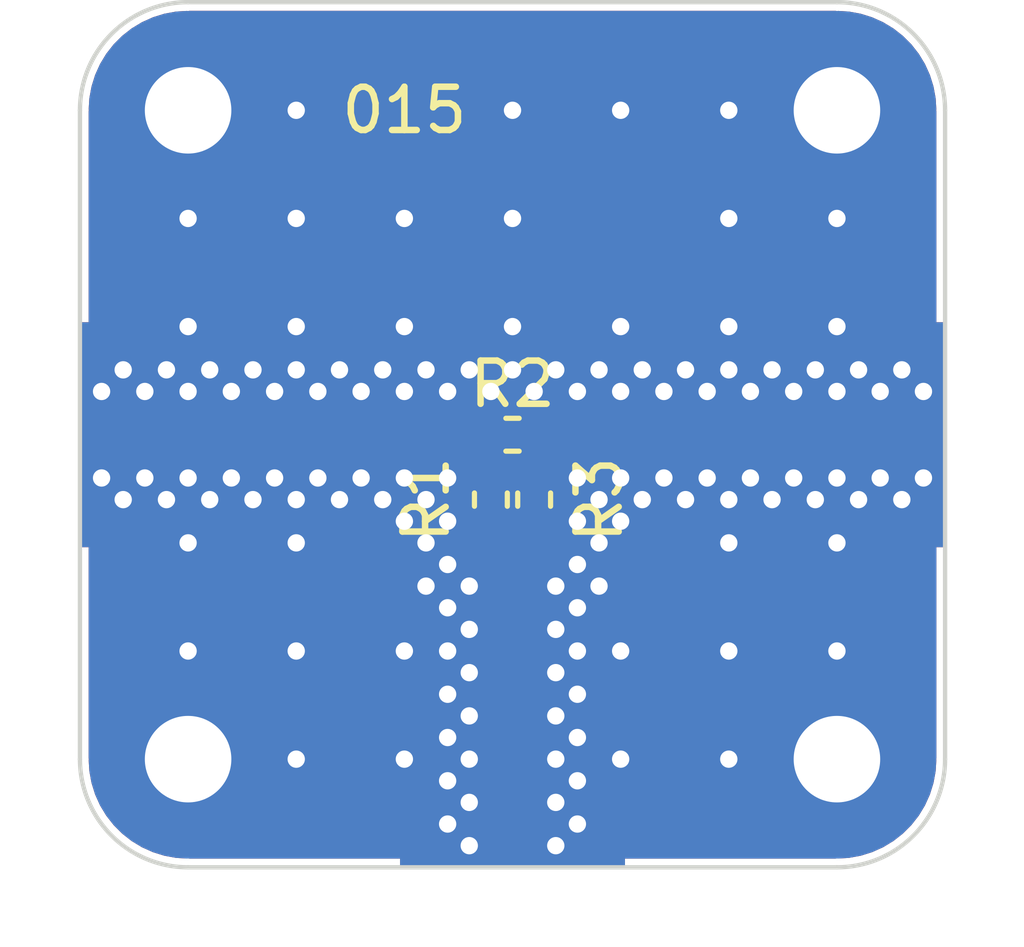
<source format=kicad_pcb>
(kicad_pcb (version 20211014) (generator pcbnew)
  (title_block (title "015-3 Port Resistive Splitter") (date "2022-11-11") (rev "1") (company "Halidelabs") (comment 1 "contact@halidelabs.eu"))
  (layers (0 "F.Cu" signal) (31 "B.Cu" signal) (35 "F.Paste" user) (36 "B.SilkS" user "B.Silkscreen") (37 "F.SilkS" user "F.Silkscreen") (38 "B.Mask" user) (39 "F.Mask" user) (44 "Edge.Cuts" user))
  (net 0 "")
  (net 1 "GND")
  (net 2 "Net-(J1-Pad1)")
  (net 3 "Net-(J2-Pad1)")
  (net 4 "Net-(J3-Pad1)")
  (footprint "modular-rf-bench-footprints:edge-connector" (layer "F.Cu") (at 147.5 87.5 -90)
    (fp_text reference "J2")
    (fp_text value "CONN" hide)
    (pad "1" smd rect (at -1.5 0 270) (size 3 0.8) (layers "F.Cu") (net 3 "Net-(J2-Pad1)"))
    (pad "2" thru_hole circle (at -1 -1.5 270) (size 0.8 0.8) (drill 0.4) (layers *.Cu) (net 1 "GND"))
    (pad "2" smd rect (at -1.5 0 270) (size 3 5.2) (layers "B.Cu") (net 1 "GND"))
    (pad "2" thru_hole circle (at -1.5 1 270) (size 0.8 0.8) (drill 0.4) (layers *.Cu) (net 1 "GND"))
    (pad "2" smd rect (at -1.5 -1.6 270) (size 3 2) (layers "F.Cu") (net 1 "GND"))
    (pad "2" thru_hole circle (at -2.5 -1 270) (size 0.8 0.8) (drill 0.4) (layers *.Cu) (net 1 "GND"))
    (pad "2" thru_hole circle (at -1.5 -1 270) (size 0.8 0.8) (drill 0.4) (layers *.Cu) (net 1 "GND"))
    (pad "2" thru_hole circle (at -2.5 1 270) (size 0.8 0.8) (drill 0.4) (layers *.Cu) (net 1 "GND"))
    (pad "2" thru_hole circle (at -1 1.5 270) (size 0.8 0.8) (drill 0.4) (layers *.Cu) (net 1 "GND"))
    (pad "2" thru_hole circle (at -2 -1.5 270) (size 0.8 0.8) (drill 0.4) (layers *.Cu) (net 1 "GND"))
    (pad "2" smd rect (at -1.5 1.6 270) (size 3 2) (layers "F.Cu") (net 1 "GND"))
    (pad "2" thru_hole circle (at -2 1.5 270) (size 0.8 0.8) (drill 0.4) (layers *.Cu) (net 1 "GND"))
    (pad "2" thru_hole circle (at -0.5 -1 270) (size 0.8 0.8) (drill 0.4) (layers *.Cu) (net 1 "GND"))
    (pad "2" thru_hole circle (at -0.5 1 270) (size 0.8 0.8) (drill 0.4) (layers *.Cu) (net 1 "GND"))
  )
  (footprint "Resistor_SMD:R_0402_1005Metric" (layer "F.Cu") (at 148 79 90)
    (fp_text reference "R3" (at 0 1.5 90) (layer "F.SilkS"))
    (fp_text value "49R9")
    (fp_line (start -0.153641 0.38) (end 0.153641 0.38) (layer "F.SilkS") (width 0.12))
    (fp_line (start -0.153641 -0.38) (end 0.153641 -0.38) (layer "F.SilkS") (width 0.12))
    (pad "1" smd roundrect (at -0.51 0 90) (size 0.54 0.64) (layers "F.Cu" "F.Paste" "F.Mask") (net 3 "Net-(J2-Pad1)"))
    (pad "2" smd roundrect (at 0.51 0 90) (size 0.54 0.64) (layers "F.Cu" "F.Paste" "F.Mask") (net 4 "Net-(J3-Pad1)"))
  )
  (footprint "Resistor_SMD:R_0402_1005Metric" (layer "F.Cu") (at 147.5 77.5)
    (fp_text reference "R2" (at 0 -1.17) (layer "F.SilkS"))
    (fp_text value "49R9")
    (fp_line (start -0.153641 0.38) (end 0.153641 0.38) (layer "F.SilkS") (width 0.12))
    (fp_line (start -0.153641 -0.38) (end 0.153641 -0.38) (layer "F.SilkS") (width 0.12))
    (pad "1" smd roundrect (at -0.51 0) (size 0.54 0.64) (layers "F.Cu" "F.Paste" "F.Mask") (net 2 "Net-(J1-Pad1)"))
    (pad "2" smd roundrect (at 0.51 0) (size 0.54 0.64) (layers "F.Cu" "F.Paste" "F.Mask") (net 4 "Net-(J3-Pad1)"))
  )
  (footprint "modular-rf-bench-footprints:M2-hole" (layer "F.Cu") (at 140 70)
    (fp_text reference "H3" hide)
    (fp_text value "M2" hide)
    (pad "1" thru_hole circle (at 0 0) (size 3.4 3.4) (drill 2) (layers *.Cu *.Mask) (net 1 "GND"))
  )
  (footprint "LOGO" (layer "F.Cu") (at 150.042289 72.091013)
    (fp_text reference "G***" hide)
    (fp_text value "LOGO" hide)
    (fp_poly (pts (xy 1.707208 -2.385083) (xy 1.72178 -2.377357) (xy 1.727638 -2.361209) (xy 1.724986 -2.333962) (xy 1.714028 -2.292938) (xy 1.695246 -2.236259) (xy 1.67886 -2.189554) (xy 1.664665 -2.150375) (xy 1.654112 -2.122636) (xy 1.64865 -2.110255) (xy 1.648486 -2.110054) (xy 1.654138 -2.102822) (xy 1.673545 -2.088435) (xy 1.702518 -2.069996) (xy 1.702794 -2.06983) (xy 1.765684 -2.026146) (xy 1.813512 -1.980369) (xy 1.845324 -1.93425) (xy 1.860162 -1.889541) (xy 1.85707 -1.847993) (xy 1.84052 -1.817555) (xy 1.820991 -1.793438) (xy 1.877555 -1.759364) (xy 1.917737 -1.733301) (xy 1.95925 -1.703533) (xy 1.980607 -1.68675) (xy 2.006661 -1.664073) (xy 2.019745 -1.647389) (xy 2.023211 -1.630016) (xy 2.020661 -1.606876) (xy 2.015636 -1.567128) (xy 2.012184 -1.526831) (xy 2.012056 -1.524528) (xy 2.006709 -1.493183) (xy 1.992958 -1.475529) (xy 1.987295 -1.472236) (xy 1.964024 -1.455734) (xy 1.944294 -1.435747) (xy 1.934232 -1.424962) (xy 1.921977 -1.417526) (xy 1.903462 -1.412581) (xy 1.874622 -1.409268) (xy 1.831391 -1.406728) (xy 1.800502 -1.40537) (xy 1.740844 -1.401769) (xy 1.695936 -1.396721) (xy 1.66814 -1.390536) (xy 1.661407 -1.387121) (xy 1.649381 -1.368624) (xy 1.640328 -1.340255) (xy 1.63945 -1.335453) (xy 1.632091 -1.309371) (xy 1.617507 -1.271305) (xy 1.5982 -1.227508) (xy 1.586787 -1.203865) (xy 1.569617 -1.168352) (xy 1.556241 -1.136883) (xy 1.545437 -1.105019) (xy 1.535983 -1.068321) (xy 1.526657 -1.022348) (xy 1.516238 -0.96266) (xy 1.510003 -0.924858) (xy 1.498611 -0.849525) (xy 1.487513 -0.766274) (xy 1.477703 -0.683243) (xy 1.470177 -0.608573) (xy 1.467711 -0.578682) (xy 1.453479 -0.42915) (xy 1.434101 -0.296565) (xy 1.409013 -0.177722) (xy 1.378053 -0.070634) (xy 1.349141 0.00713) (xy 1.316299 0.074946) (xy 1.27602 0.13851) (xy 1.224798 0.20352) (xy 1.175643 0.258199) (xy 1.077329 0.37528) (xy 0.993806 0.501629) (xy 0.931364 0.621186) (xy 0.903186 0.677903) (xy 0.877811 0.720375) (xy 0.851675 0.754018) (xy 0.828482 0.777604) (xy 0.800811 0.802117) (xy 0.778251 0.819713) (xy 0.765568 0.826682) (xy 0.765395 0.826688) (xy 0.753451 0.833218) (xy 0.741919 0.853767) (xy 0.730392 0.889773) (xy 0.718459 0.942674) (xy 0.705712 1.01391) (xy 0.697702 1.064739) (xy 0.682935 1.157753) (xy 0.668702 1.236626) (xy 0.653537 1.307789) (xy 0.635974 1.377671) (xy 0.61455 1.452702) (xy 0.594147 1.519151) (xy 0.573662 1.588767) (xy 0.559937 1.648459) (xy 0.552673 1.703792) (xy 0.551572 1.760332) (xy 0.556334 1.823643) (xy 0.566662 1.899292) (xy 0.571976 1.932384) (xy 0.581863 1.993891) (xy 0.591097 2.054175) (xy 0.598842 2.107582) (xy 0.604263 2.14846) (xy 0.605561 2.159723) (xy 0.612893 2.204728) (xy 0.626368 2.241894) (xy 0.650004 2.281963) (xy 0.652923 2.28631) (xy 0.693121 2.345728) (xy 0.391035 2.345728) (xy 0.398018 2.312144) (xy 0.406666 2.282384) (xy 0.417092 2.259536) (xy 0.421952 2.245992) (xy 0.419574 2.22758) (xy 0.408787 2.199446) (xy 0.396054 2.172292) (xy 0.37605 2.126603) (xy 0.359018 2.076762) (xy 0.343853 2.018573) (xy 0.329451 1.94784) (xy 0.315851 1.867612) (xy 0.305774 1.815487) (xy 0.290904 1.752618) (xy 0.27342 1.687715) (xy 0.259042 1.640272) (xy 0.239373 1.577432) (xy 0.224185 1.523154) (xy 0.212556 1.472312) (xy 0.203565 1.419774) (xy 0.19629 1.360411) (xy 0.18981 1.289094) (xy 0.185282 1.229699) (xy 0.180007 1.126544) (xy 0.179205 1.027802) (xy 0.18278 0.938429) (xy 0.190634 0.863381) (xy 0.192649 0.850881) (xy 0.198285 0.818238) (xy 0.013062 0.82396) (xy -0.107738 0.82548) (xy -0.212835 0.821724) (xy -0.306616 0.812274) (xy -0.393468 0.796713) (xy -0.464665 0.778501) (xy -0.571132 0.739636) (xy -0.66046 0.68959) (xy -0.733091 0.628052) (xy -0.789464 0.554711) (xy -0.795565 0.544391) (xy -0.824093 0.4946) (xy -0.831361 0.523556) (xy -0.851223 0.580742) (xy -0.881966 0.643838) (xy -0.919153 0.704875) (xy -0.958352 0.755885) (xy -0.964174 0.762224) (xy -0.998177 0.799253) (xy -1.020985 0.828535) (xy -1.036147 0.856807) (xy -1.047214 0.890804) (xy -1.057733 0.937262) (xy -1.058593 0.941406) (xy -1.077747 1.014043) (xy -1.104922 1.080397) (xy -1.14259 1.144725) (xy -1.193225 1.211286) (xy -1.255438 1.280306) (xy -1.299345 1.327086) (xy -1.330904 1.363066) (xy -1.352698 1.391736) (xy -1.367309 1.416586) (xy -1.377321 1.441105) (xy -1.379516 1.447943) (xy -1.393383 1.510336) (xy -1.40151 1.583767) (xy -1.403348 1.659269) (xy -1.39835 1.727875) (xy -1.397133 1.736045) (xy -1.378151 1.852191) (xy -1.361347 1.949249) (xy -1.346392 2.028646) (xy -1.332955 2.091809) (xy -1.320708 2.140166) (xy -1.30932 2.175143) (xy -1.298463 2.198166) (xy -1.287806 2.210664) (xy -1.287464 2.210907) (xy -1.256964 2.236176) (xy -1.229438 2.265811) (xy -1.210524 2.293348) (xy -1.206109 2.30412) (xy -1.204756 2.313632) (xy -1.209064 2.319721) (xy -1.222584 2.323146) (xy -1.248864 2.324671) (xy -1.291453 2.325054) (xy -1.303781 2.325061) (xy -1.406928 2.325061) (xy -1.404551 2.296643) (xy -1.406631 2.27843) (xy -1.417659 2.257689) (xy -1.440231 2.230433) (xy -1.463418 2.206224) (xy -1.506232 2.157147) (xy -1.545198 2.099598) (xy -1.581789 2.030726) (xy -1.617483 1.947679) (xy -1.653754 1.847608) (xy -1.662294 1.822003) (xy -1.697106 1.710358) (xy -1.722384 1.613609) (xy -1.738078 1.528285) (xy -1.744138 1.450921) (xy -1.740513 1.378048) (xy -1.727154 1.306198) (xy -1.704012 1.231903) (xy -1.671036 1.151696) (xy -1.652075 1.110862) (xy -1.636756 1.077573) (xy -1.626819 1.050567) (xy -1.621132 1.023669) (xy -1.618567 0.990701) (xy -1.617993 0.945488) (xy -1.618058 0.924857) (xy -1.625963 0.813717) (xy -1.648543 0.689349) (xy -1.685564 0.552839) (xy -1.720352 0.449512) (xy -1.738479 0.395325) (xy -1.755499 0.337402) (xy -1.768757 0.28505) (xy -1.772894 0.265233) (xy -1.785589 0.208368) (xy -1.799357 0.165227) (xy -1.813305 0.137191) (xy -1.826539 0.125643) (xy -1.838166 0.131965) (xy -1.846026 0.152044) (xy -1.850797 0.168673) (xy -1.85519 0.170196) (xy -1.862104 0.1549) (xy -1.867875 0.139127) (xy -1.878772 0.090843) (xy -1.88276 0.030839) (xy -1.880033 -0.033197) (xy -1.870784 -0.093578) (xy -1.861162 -0.127803) (xy -1.813901 -0.230684) (xy -1.748926 -0.324576) (xy -1.667469 -0.408757) (xy -1.570758 -0.482506) (xy -1.460023 -0.545102) (xy -1.336491 -0.595822) (xy -1.201393 -0.633946) (xy -1.055958 -0.658752) (xy -0.940358 -0.668205) (xy -0.852575 -0.670242) (xy -0.768501 -0.667683) (xy -0.683224 -0.659982) (xy -0.591831 -0.646595) (xy -0.48941 -0.626977) (xy -0.408289 -0.609192) (xy -0.312193 -0.587655) (xy -0.232421 -0.5708) (xy -0.165292 -0.558121) (xy -0.107125 -0.549111) (xy -0.054238 -0.543263) (xy -0.002951 -0.540071) (xy 0.050417 -0.539027) (xy 0.098629 -0.539425) (xy 0.154738 -0.540085) (xy 0.199013 -0.539411) (xy 0.23732 -0.536684) (xy 0.275528 -0.531182) (xy 0.319505 -0.522181) (xy 0.37512 -0.508962) (xy 0.403604 -0.501918) (xy 0.475622 -0.484786) (xy 0.531279 -0.473817) (xy 0.573946 -0.469024) (xy 0.606992 -0.470419) (xy 0.633788 -0.478013) (xy 0.657703 -0.49182) (xy 0.671833 -0.502891) (xy 0.692889 -0.523327) (xy 0.710733 -0.547871) (xy 0.726651 -0.579659) (xy 0.741925 -0.621827) (xy 0.75784 -0.677511) (xy 0.77568 -0.749847) (xy 0.779346 -0.765531) (xy 0.796905 -0.83723) (xy 0.818065 -0.917688) (xy 0.840306 -0.997626) (xy 0.861109 -1.067766) (xy 0.863452 -1.075283) (xy 0.878978 -1.125887) (xy 0.891303 -1.169705) (xy 0.901226 -1.211056) (xy 0.909547 -1.254259) (xy 0.917065 -1.303635) (xy 0.924579 -1.363502) (xy 0.932889 -1.438181) (xy 0.936002 -1.467372) (xy 0.947098 -1.569507) (xy 0.956972 -1.653593) (xy 0.966097 -1.722179) (xy 0.974945 -1.777812) (xy 0.983991 -1.823043) (xy 0.993707 -1.860418) (xy 1.004567 -1.892487) (xy 1.017044 -1.921798) (xy 1.022488 -1.933108) (xy 1.043227 -1.972305) (xy 1.064341 -2.004466) (xy 1.089403 -2.03324) (xy 1.121983 -2.062279) (xy 1.165654 -2.095234) (xy 1.214198 -2.129077) (xy 1.26388 -2.165032) (xy 1.315539 -2.205693) (xy 1.361923 -2.245205) (xy 1.38689 -2.268565) (xy 1.418275 -2.297957) (xy 1.445322 -2.320096) (xy 1.46414 -2.331951) (xy 1.469559 -2.332995) (xy 1.483132 -2.318377) (xy 1.484744 -2.288394) (xy 1.474416 -2.244522) (xy 1.468097 -2.226457) (xy 1.456615 -2.194668) (xy 1.44885 -2.171059) (xy 1.446704 -2.162272) (xy 1.453034 -2.164187) (xy 1.469982 -2.17846) (xy 1.494485 -2.201958) (xy 1.52348 -2.23155) (xy 1.553903 -2.264104) (xy 1.582693 -2.296485) (xy 1.606785 -2.325563) (xy 1.608411 -2.327645) (xy 1.635607 -2.360388) (xy 1.656294 -2.37884) (xy 1.674724 -2.386355) (xy 1.683716 -2.387063)) (layer "F.Cu") (width 0) (fill solid))
  )
  (footprint "modular-rf-bench-footprints:edge-connector" (layer "F.Cu") (at 157.5 77.5)
    (fp_text reference "J3")
    (fp_text value "CONN" hide)
    (pad "1" smd rect (at -1.5 0) (size 3 0.8) (layers "F.Cu") (net 4 "Net-(J3-Pad1)"))
    (pad "2" smd rect (at -1.5 -1.6) (size 3 2) (layers "F.Cu") (net 1 "GND"))
    (pad "2" thru_hole circle (at -0.5 -1) (size 0.8 0.8) (drill 0.4) (layers *.Cu) (net 1 "GND"))
    (pad "2" thru_hole circle (at -2 -1.5) (size 0.8 0.8) (drill 0.4) (layers *.Cu) (net 1 "GND"))
    (pad "2" thru_hole circle (at -0.5 1) (size 0.8 0.8) (drill 0.4) (layers *.Cu) (net 1 "GND"))
    (pad "2" thru_hole circle (at -2.5 1) (size 0.8 0.8) (drill 0.4) (layers *.Cu) (net 1 "GND"))
    (pad "2" thru_hole circle (at -1 1.5) (size 0.8 0.8) (drill 0.4) (layers *.Cu) (net 1 "GND"))
    (pad "2" thru_hole circle (at -1.5 -1) (size 0.8 0.8) (drill 0.4) (layers *.Cu) (net 1 "GND"))
    (pad "2" thru_hole circle (at -2.5 -1) (size 0.8 0.8) (drill 0.4) (layers *.Cu) (net 1 "GND"))
    (pad "2" thru_hole circle (at -1.5 1) (size 0.8 0.8) (drill 0.4) (layers *.Cu) (net 1 "GND"))
    (pad "2" thru_hole circle (at -1 -1.5) (size 0.8 0.8) (drill 0.4) (layers *.Cu) (net 1 "GND"))
    (pad "2" thru_hole circle (at -2 1.5) (size 0.8 0.8) (drill 0.4) (layers *.Cu) (net 1 "GND"))
    (pad "2" smd rect (at -1.5 0) (size 3 5.2) (layers "B.Cu") (net 1 "GND"))
    (pad "2" smd rect (at -1.5 1.6) (size 3 2) (layers "F.Cu") (net 1 "GND"))
  )
  (footprint "Resistor_SMD:R_0402_1005Metric" (layer "F.Cu") (at 147 79 90)
    (fp_text reference "R1" (at 0 -1.5 90) (layer "F.SilkS"))
    (fp_text value "49R9")
    (fp_line (start -0.153641 -0.38) (end 0.153641 -0.38) (layer "F.SilkS") (width 0.12))
    (fp_line (start -0.153641 0.38) (end 0.153641 0.38) (layer "F.SilkS") (width 0.12))
    (pad "1" smd roundrect (at -0.51 0 90) (size 0.54 0.64) (layers "F.Cu" "F.Paste" "F.Mask") (net 3 "Net-(J2-Pad1)"))
    (pad "2" smd roundrect (at 0.51 0 90) (size 0.54 0.64) (layers "F.Cu" "F.Paste" "F.Mask") (net 2 "Net-(J1-Pad1)"))
  )
  (footprint "modular-rf-bench-footprints:M2-hole" (layer "F.Cu") (at 155 85)
    (fp_text reference "H1" hide)
    (fp_text value "M2" hide)
    (pad "1" thru_hole circle (at 0 0) (size 3.4 3.4) (drill 2) (layers *.Cu *.Mask) (net 1 "GND"))
  )
  (footprint "modular-rf-bench-footprints:M2-hole" (layer "F.Cu") (at 155 70)
    (fp_text reference "H2" hide)
    (fp_text value "M2" hide)
    (pad "1" thru_hole circle (at 0 0) (size 3.4 3.4) (drill 2) (layers *.Cu *.Mask) (net 1 "GND"))
  )
  (footprint "modular-rf-bench-footprints:edge-connector" (layer "F.Cu") (at 137.5 77.5 180)
    (fp_text reference "J1")
    (fp_text value "CONN" hide)
    (pad "1" smd rect (at -1.5 0 180) (size 3 0.8) (layers "F.Cu") (net 2 "Net-(J1-Pad1)"))
    (pad "2" thru_hole circle (at -1.5 1 180) (size 0.8 0.8) (drill 0.4) (layers *.Cu) (net 1 "GND"))
    (pad "2" smd rect (at -1.5 0 180) (size 3 5.2) (layers "B.Cu") (net 1 "GND"))
    (pad "2" smd rect (at -1.5 1.6 180) (size 3 2) (layers "F.Cu") (net 1 "GND"))
    (pad "2" thru_hole circle (at -1.5 -1 180) (size 0.8 0.8) (drill 0.4) (layers *.Cu) (net 1 "GND"))
    (pad "2" thru_hole circle (at -0.5 1 180) (size 0.8 0.8) (drill 0.4) (layers *.Cu) (net 1 "GND"))
    (pad "2" thru_hole circle (at -2 1.5 180) (size 0.8 0.8) (drill 0.4) (layers *.Cu) (net 1 "GND"))
    (pad "2" thru_hole circle (at -2 -1.5 180) (size 0.8 0.8) (drill 0.4) (layers *.Cu) (net 1 "GND"))
    (pad "2" smd rect (at -1.5 -1.6 180) (size 3 2) (layers "F.Cu") (net 1 "GND"))
    (pad "2" thru_hole circle (at -2.5 1 180) (size 0.8 0.8) (drill 0.4) (layers *.Cu) (net 1 "GND"))
    (pad "2" thru_hole circle (at -0.5 -1 180) (size 0.8 0.8) (drill 0.4) (layers *.Cu) (net 1 "GND"))
    (pad "2" thru_hole circle (at -2.5 -1 180) (size 0.8 0.8) (drill 0.4) (layers *.Cu) (net 1 "GND"))
    (pad "2" thru_hole circle (at -1 -1.5 180) (size 0.8 0.8) (drill 0.4) (layers *.Cu) (net 1 "GND"))
    (pad "2" thru_hole circle (at -1 1.5 180) (size 0.8 0.8) (drill 0.4) (layers *.Cu) (net 1 "GND"))
  )
  (footprint "modular-rf-bench-footprints:M2-hole" (layer "F.Cu") (at 140 85)
    (fp_text reference "H4" hide)
    (fp_text value "M2" hide)
    (pad "1" thru_hole circle (at 0 0) (size 3.4 3.4) (drill 2) (layers *.Cu *.Mask) (net 1 "GND"))
  )
  (gr_arc (start 140 87.5) (mid 138.232233 86.767767) (end 137.5 85) (layer "Edge.Cuts") (width 0.1))
  (gr_line (start 155 87.5) (end 140 87.5) (layer "Edge.Cuts") (width 0.1))
  (gr_line (start 140 67.5) (end 155 67.5) (layer "Edge.Cuts") (width 0.1))
  (gr_line (start 157.5 70) (end 157.5 85) (layer "Edge.Cuts") (width 0.1))
  (gr_line (start 137.5 85) (end 137.5 70) (layer "Edge.Cuts") (width 0.1))
  (gr_arc (start 157.5 85) (mid 156.767767 86.767767) (end 155 87.5) (layer "Edge.Cuts") (width 0.1))
  (gr_arc (start 155 67.5) (mid 156.767767 68.232233) (end 157.5 70) (layer "Edge.Cuts") (width 0.1))
  (gr_arc (start 137.5 70) (mid 138.232233 68.232233) (end 140 67.5) (layer "Edge.Cuts") (width 0.1))
  (gr_text "015" (at 145 70) (layer "F.SilkS") (effects (font (size 1 1))))
  (via (at 150 75) (size 0.8) (drill 0.4) (layers "F.Cu" "B.Cu") (net 1))
  (via (at 148 76.5) (size 0.8) (drill 0.4) (layers "F.Cu" "B.Cu") (net 1))
  (via (at 142 76.5) (size 0.8) (drill 0.4) (layers "F.Cu" "B.Cu") (net 1))
  (via (at 152 76.5) (size 0.8) (drill 0.4) (layers "F.Cu" "B.Cu") (net 1))
  (via (at 143 78.5) (size 0.8) (drill 0.4) (layers "F.Cu" "B.Cu") (net 1))
  (via (at 151 78.5) (size 0.8) (drill 0.4) (layers "F.Cu" "B.Cu") (net 1))
  (via (at 140 82.5) (size 0.8) (drill 0.4) (layers "F.Cu" "B.Cu") (net 1))
  (via (at 146 82.5) (size 0.8) (drill 0.4) (layers "F.Cu" "B.Cu") (net 1))
  (via (at 146 81.5) (size 0.8) (drill 0.4) (layers "F.Cu" "B.Cu") (net 1))
  (via (at 154.5 79) (size 0.8) (drill 0.4) (layers "F.Cu" "B.Cu") (net 1))
  (via (at 150 79.5) (size 0.8) (drill 0.4) (layers "F.Cu" "B.Cu") (net 1))
  (via (at 152.5 82.5) (size 0.8) (drill 0.4) (layers "F.Cu" "B.Cu") (net 1))
  (via (at 153 78.5) (size 0.8) (drill 0.4) (layers "F.Cu" "B.Cu") (net 1))
  (via (at 146 78.5) (size 0.8) (drill 0.4) (layers "F.Cu" "B.Cu") (net 1))
  (via (at 146.5 83) (size 0.8) (drill 0.4) (layers "F.Cu" "B.Cu") (net 1))
  (via (at 151.5 79) (size 0.8) (drill 0.4) (layers "F.Cu" "B.Cu") (net 1))
  (via (at 148.5 83) (size 0.8) (drill 0.4) (layers "F.Cu" "B.Cu") (net 1))
  (via (at 145.5 81) (size 0.8) (drill 0.4) (layers "F.Cu" "B.Cu") (net 1))
  (via (at 142.5 70) (size 0.8) (drill 0.4) (layers "F.Cu" "B.Cu") (net 1))
  (via (at 140 75) (size 0.8) (drill 0.4) (layers "F.Cu" "B.Cu") (net 1))
  (via (at 150.5 79) (size 0.8) (drill 0.4) (layers "F.Cu" "B.Cu") (net 1))
  (via (at 153 76.5) (size 0.8) (drill 0.4) (layers "F.Cu" "B.Cu") (net 1))
  (via (at 145 79.5) (size 0.8) (drill 0.4) (layers "F.Cu" "B.Cu") (net 1))
  (via (at 144.5 79) (size 0.8) (drill 0.4) (layers "F.Cu" "B.Cu") (net 1))
  (via (at 149.5 76) (size 0.8) (drill 0.4) (layers "F.Cu" "B.Cu") (net 1))
  (via (at 146 84.5) (size 0.8) (drill 0.4) (layers "F.Cu" "B.Cu") (net 1))
  (via (at 142.5 76) (size 0.8) (drill 0.4) (layers "F.Cu" "B.Cu") (net 1))
  (via (at 147.5 76) (size 0.8) (drill 0.4) (layers "F.Cu" "B.Cu") (net 1))
  (via (at 154 78.5) (size 0.8) (drill 0.4) (layers "F.Cu" "B.Cu") (net 1))
  (via (at 147.5 72.5) (size 0.8) (drill 0.4) (layers "F.Cu" "B.Cu") (net 1))
  (via (at 155 72.5) (size 0.8) (drill 0.4) (layers "F.Cu" "B.Cu") (net 1))
  (via (at 144 76.5) (size 0.8) (drill 0.4) (layers "F.Cu" "B.Cu") (net 1))
  (via (at 147.5 75) (size 0.8) (drill 0.4) (layers "F.Cu" "B.Cu") (net 1))
  (via (at 141 76.5) (size 0.8) (drill 0.4) (layers "F.Cu" "B.Cu") (net 1))
  (via (at 154 76.5) (size 0.8) (drill 0.4) (layers "F.Cu" "B.Cu") (net 1))
  (via (at 149 81.5) (size 0.8) (drill 0.4) (layers "F.Cu" "B.Cu") (net 1))
  (via (at 152.5 85) (size 0.8) (drill 0.4) (layers "F.Cu" "B.Cu") (net 1))
  (via (at 146.5 76) (size 0.8) (drill 0.4) (layers "F.Cu" "B.Cu") (net 1))
  (via (at 142.5 82.5) (size 0.8) (drill 0.4) (layers "F.Cu" "B.Cu") (net 1))
  (via (at 145 72.5) (size 0.8) (drill 0.4) (layers "F.Cu" "B.Cu") (net 1))
  (via (at 142.5 85) (size 0.8) (drill 0.4) (layers "F.Cu" "B.Cu") (net 1))
  (via (at 149 78.5) (size 0.8) (drill 0.4) (layers "F.Cu" "B.Cu") (net 1))
  (via (at 149 82.5) (size 0.8) (drill 0.4) (layers "F.Cu" "B.Cu") (net 1))
  (via (at 140 80) (size 0.8) (drill 0.4) (layers "F.Cu" "B.Cu") (net 1))
  (via (at 151 76.5) (size 0.8) (drill 0.4) (layers "F.Cu" "B.Cu") (net 1))
  (via (at 150 78.5) (size 0.8) (drill 0.4) (layers "F.Cu" "B.Cu") (net 1))
  (via (at 149 84.5) (size 0.8) (drill 0.4) (layers "F.Cu" "B.Cu") (net 1))
  (via (at 151.5 76) (size 0.8) (drill 0.4) (layers "F.Cu" "B.Cu") (net 1))
  (via (at 142.5 80) (size 0.8) (drill 0.4) (layers "F.Cu" "B.Cu") (net 1))
  (via (at 146 76.5) (size 0.8) (drill 0.4) (layers "F.Cu" "B.Cu") (net 1))
  (via (at 147 76.5) (size 0.8) (drill 0.4) (layers "F.Cu" "B.Cu") (net 1))
  (via (at 155 82.5) (size 0.8) (drill 0.4) (layers "F.Cu" "B.Cu") (net 1))
  (via (at 142.5 72.5) (size 0.8) (drill 0.4) (layers "F.Cu" "B.Cu") (net 1))
  (via (at 153.5 79) (size 0.8) (drill 0.4) (layers "F.Cu" "B.Cu") (net 1))
  (via (at 146 80.5) (size 0.8) (drill 0.4) (layers "F.Cu" "B.Cu") (net 1))
  (via (at 143.5 76) (size 0.8) (drill 0.4) (layers "F.Cu" "B.Cu") (net 1))
  (via (at 152.5 72.5) (size 0.8) (drill 0.4) (layers "F.Cu" "B.Cu") (net 1))
  (via (at 141.5 79) (size 0.8) (drill 0.4) (layers "F.Cu" "B.Cu") (net 1))
  (via (at 141.5 76) (size 0.8) (drill 0.4) (layers "F.Cu" "B.Cu") (net 1))
  (via (at 145 76.5) (size 0.8) (drill 0.4) (layers "F.Cu" "B.Cu") (net 1))
  (via (at 141 78.5) (size 0.8) (drill 0.4) (layers "F.Cu" "B.Cu") (net 1))
  (via (at 146.5 81) (size 0.8) (drill 0.4) (layers "F.Cu" "B.Cu") (net 1))
  (via (at 140.5 79) (size 0.8) (drill 0.4) (layers "F.Cu" "B.Cu") (net 1))
  (via (at 148.5 81) (size 0.8) (drill 0.4) (layers "F.Cu" "B.Cu") (net 1))
  (via (at 142 78.5) (size 0.8) (drill 0.4) (layers "F.Cu" "B.Cu") (net 1))
  (via (at 148.5 82) (size 0.8) (drill 0.4) (layers "F.Cu" "B.Cu") (net 1))
  (via (at 152.5 79) (size 0.8) (drill 0.4) (layers "F.Cu" "B.Cu") (net 1))
  (via (at 142.5 79) (size 0.8) (drill 0.4) (layers "F.Cu" "B.Cu") (net 1))
  (via (at 149 79.5) (size 0.8) (drill 0.4) (layers "F.Cu" "B.Cu") (net 1))
  (via (at 155 80) (size 0.8) (drill 0.4) (layers "F.Cu" "B.Cu") (net 1))
  (via (at 152.5 75) (size 0.8) (drill 0.4) (layers "F.Cu" "B.Cu") (net 1))
  (via (at 146.5 82) (size 0.8) (drill 0.4) (layers "F.Cu" "B.Cu") (net 1))
  (via (at 148.5 84) (size 0.8) (drill 0.4) (layers "F.Cu" "B.Cu") (net 1))
  (via (at 150 70) (size 0.8) (drill 0.4) (layers "F.Cu" "B.Cu") (net 1))
  (via (at 152.5 76) (size 0.8) (drill 0.4) (layers "F.Cu" "B.Cu") (net 1))
  (via (at 146 79.5) (size 0.8) (drill 0.4) (layers "F.Cu" "B.Cu") (net 1))
  (via (at 145 85) (size 0.8) (drill 0.4) (layers "F.Cu" "B.Cu") (net 1))
  (via (at 149 83.5) (size 0.8) (drill 0.4) (layers "F.Cu" "B.Cu") (net 1))
  (via (at 142.5 75) (size 0.8) (drill 0.4) (layers "F.Cu" "B.Cu") (net 1))
  (via (at 147.5 70) (size 0.8) (drill 0.4) (layers "F.Cu" "B.Cu") (net 1))
  (via (at 144 78.5) (size 0.8) (drill 0.4) (layers "F.Cu" "B.Cu") (net 1))
  (via (at 145.5 80) (size 0.8) (drill 0.4) (layers "F.Cu" "B.Cu") (net 1))
  (via (at 154.5 76) (size 0.8) (drill 0.4) (layers "F.Cu" "B.Cu") (net 1))
  (via (at 155 75) (size 0.8) (drill 0.4) (layers "F.Cu" "B.Cu") (net 1))
  (via (at 152.5 70) (size 0.8) (drill 0.4) (layers "F.Cu" "B.Cu") (net 1))
  (via (at 145 75) (size 0.8) (drill 0.4) (layers "F.Cu" "B.Cu") (net 1))
  (via (at 144.5 76) (size 0.8) (drill 0.4) (layers "F.Cu" "B.Cu") (net 1))
  (via (at 143 76.5) (size 0.8) (drill 0.4) (layers "F.Cu" "B.Cu") (net 1))
  (via (at 146.5 84) (size 0.8) (drill 0.4) (layers "F.Cu" "B.Cu") (net 1))
  (via (at 145 78.5) (size 0.8) (drill 0.4) (layers "F.Cu" "B.Cu") (net 1))
  (via (at 150 76.5) (size 0.8) (drill 0.4) (layers "F.Cu" "B.Cu") (net 1))
  (via (at 149.5 79) (size 0.8) (drill 0.4) (layers "F.Cu" "B.Cu") (net 1))
  (via (at 149 76.5) (size 0.8) (drill 0.4) (layers "F.Cu" "B.Cu") (net 1))
  (via (at 145.5 76) (size 0.8) (drill 0.4) (layers "F.Cu" "B.Cu") (net 1))
  (via (at 152 78.5) (size 0.8) (drill 0.4) (layers "F.Cu" "B.Cu") (net 1))
  (via (at 150 82.5) (size 0.8) (drill 0.4) (layers "F.Cu" "B.Cu") (net 1))
  (via (at 145.5 79) (size 0.8) (drill 0.4) (layers "F.Cu" "B.Cu") (net 1))
  (via (at 152.5 80) (size 0.8) (drill 0.4) (layers "F.Cu" "B.Cu") (net 1))
  (via (at 146 83.5) (size 0.8) (drill 0.4) (layers "F.Cu" "B.Cu") (net 1))
  (via (at 149.5 80) (size 0.8) (drill 0.4) (layers "F.Cu" "B.Cu") (net 1))
  (via (at 148.5 76) (size 0.8) (drill 0.4) (layers "F.Cu" "B.Cu") (net 1))
  (via (at 149 80.5) (size 0.8) (drill 0.4) (layers "F.Cu" "B.Cu") (net 1))
  (via (at 140 72.5) (size 0.8) (drill 0.4) (layers "F.Cu" "B.Cu") (net 1))
  (via (at 149.5 81) (size 0.8) (drill 0.4) (layers "F.Cu" "B.Cu") (net 1))
  (via (at 140.5 76) (size 0.8) (drill 0.4) (layers "F.Cu" "B.Cu") (net 1))
  (via (at 145 82.5) (size 0.8) (drill 0.4) (layers "F.Cu" "B.Cu") (net 1))
  (via (at 143.5 79) (size 0.8) (drill 0.4) (layers "F.Cu" "B.Cu") (net 1))
  (via (at 150.5 76) (size 0.8) (drill 0.4) (layers "F.Cu" "B.Cu") (net 1))
  (via (at 150 85) (size 0.8) (drill 0.4) (layers "F.Cu" "B.Cu") (net 1))
  (via (at 153.5 76) (size 0.8) (drill 0.4) (layers "F.Cu" "B.Cu") (net 1))
  (segment (start 146.99 77.5) (end 146.99 78.48) (width 0.54) (layer "F.Cu") (net 2))
  (segment (start 146.99 78.48) (end 147 78.49) (width 0.54) (layer "F.Cu") (net 2))
  (segment (start 139 77.5) (end 146.75 77.5) (width 0.8) (layer "F.Cu") (net 2))
  (segment (start 147.49 79.51) (end 147.49955 79.64074) (width 0.54) (layer "F.Cu") (net 3))
  (segment (start 147 79.51) (end 147.49 79.51) (width 0.54) (layer "F.Cu") (net 3))
  (segment (start 147.49 79.51) (end 148 79.51) (width 0.54) (layer "F.Cu") (net 3))
  (segment (start 147.49955 79.64074) (end 147.5 80) (width 0.8) (layer "F.Cu") (net 3))
  (segment (start 147.5 80) (end 147.5 86) (width 0.8) (layer "F.Cu") (net 3))
  (segment (start 148.25 77.5) (end 156 77.5) (width 0.8) (layer "F.Cu") (net 4))
  (segment (start 148.01 78.48) (end 148 78.49) (width 0.54) (layer "F.Cu") (net 4))
  (segment (start 148.01 77.5) (end 148.01 78.48) (width 0.54) (layer "F.Cu") (net 4))
  (zone (net 1) (net_name "GND") (layers F&B.Cu) (name "GND") (connect_pads yes (clearance 0.2)) (min_thickness 0.2) (fill yes (thermal_gap 0.508) (thermal_bridge_width 0.508))
    (polygon (pts (xy 157.5 87.5) (xy 137.5 87.5) (xy 137.5 67.5) (xy 157.5 67.5)))
  )
)
</source>
